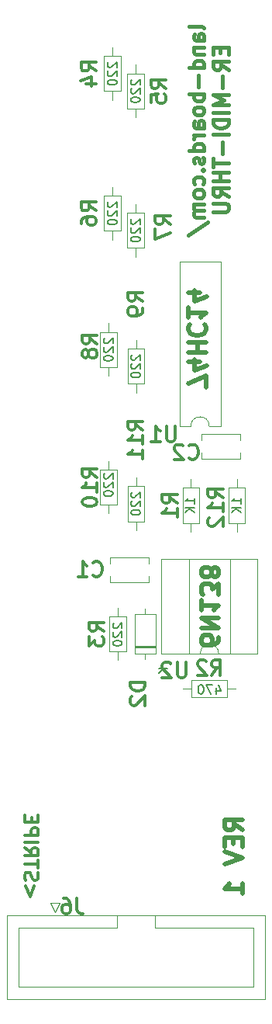
<source format=gbo>
%TF.GenerationSoftware,KiCad,Pcbnew,(6.0.1)*%
%TF.CreationDate,2022-10-18T10:19:05-04:00*%
%TF.ProjectId,ER-MIDI-THRU,45522d4d-4944-4492-9d54-4852552e6b69,1*%
%TF.SameCoordinates,Original*%
%TF.FileFunction,Legend,Bot*%
%TF.FilePolarity,Positive*%
%FSLAX46Y46*%
G04 Gerber Fmt 4.6, Leading zero omitted, Abs format (unit mm)*
G04 Created by KiCad (PCBNEW (6.0.1)) date 2022-10-18 10:19:05*
%MOMM*%
%LPD*%
G01*
G04 APERTURE LIST*
%ADD10C,0.476250*%
%ADD11C,0.500000*%
%ADD12C,0.375000*%
%ADD13C,0.412750*%
%ADD14C,0.349250*%
%ADD15C,0.150000*%
%ADD16C,0.120000*%
G04 APERTURE END LIST*
D10*
X23043214Y-70346428D02*
X23043214Y-70709285D01*
X22952500Y-70890714D01*
X22861785Y-70981428D01*
X22589642Y-71162857D01*
X22226785Y-71253571D01*
X21501071Y-71253571D01*
X21319642Y-71162857D01*
X21228928Y-71072142D01*
X21138214Y-70890714D01*
X21138214Y-70527857D01*
X21228928Y-70346428D01*
X21319642Y-70255714D01*
X21501071Y-70165000D01*
X21954642Y-70165000D01*
X22136071Y-70255714D01*
X22226785Y-70346428D01*
X22317500Y-70527857D01*
X22317500Y-70890714D01*
X22226785Y-71072142D01*
X22136071Y-71162857D01*
X21954642Y-71253571D01*
X21138214Y-69348571D02*
X23043214Y-69348571D01*
X21138214Y-68260000D01*
X23043214Y-68260000D01*
X21138214Y-66355000D02*
X21138214Y-67443571D01*
X21138214Y-66899285D02*
X23043214Y-66899285D01*
X22771071Y-67080714D01*
X22589642Y-67262142D01*
X22498928Y-67443571D01*
X23043214Y-65720000D02*
X23043214Y-64540714D01*
X22317500Y-65175714D01*
X22317500Y-64903571D01*
X22226785Y-64722142D01*
X22136071Y-64631428D01*
X21954642Y-64540714D01*
X21501071Y-64540714D01*
X21319642Y-64631428D01*
X21228928Y-64722142D01*
X21138214Y-64903571D01*
X21138214Y-65447857D01*
X21228928Y-65629285D01*
X21319642Y-65720000D01*
X22226785Y-63452142D02*
X22317500Y-63633571D01*
X22408214Y-63724285D01*
X22589642Y-63815000D01*
X22680357Y-63815000D01*
X22861785Y-63724285D01*
X22952500Y-63633571D01*
X23043214Y-63452142D01*
X23043214Y-63089285D01*
X22952500Y-62907857D01*
X22861785Y-62817142D01*
X22680357Y-62726428D01*
X22589642Y-62726428D01*
X22408214Y-62817142D01*
X22317500Y-62907857D01*
X22226785Y-63089285D01*
X22226785Y-63452142D01*
X22136071Y-63633571D01*
X22045357Y-63724285D01*
X21863928Y-63815000D01*
X21501071Y-63815000D01*
X21319642Y-63724285D01*
X21228928Y-63633571D01*
X21138214Y-63452142D01*
X21138214Y-63089285D01*
X21228928Y-62907857D01*
X21319642Y-62817142D01*
X21501071Y-62726428D01*
X21863928Y-62726428D01*
X22045357Y-62817142D01*
X22136071Y-62907857D01*
X22226785Y-63089285D01*
D11*
X25654761Y-91392857D02*
X24702380Y-90726190D01*
X25654761Y-90250000D02*
X23654761Y-90250000D01*
X23654761Y-91011904D01*
X23750000Y-91202380D01*
X23845238Y-91297619D01*
X24035714Y-91392857D01*
X24321428Y-91392857D01*
X24511904Y-91297619D01*
X24607142Y-91202380D01*
X24702380Y-91011904D01*
X24702380Y-90250000D01*
X24607142Y-92250000D02*
X24607142Y-92916666D01*
X25654761Y-93202380D02*
X25654761Y-92250000D01*
X23654761Y-92250000D01*
X23654761Y-93202380D01*
X23654761Y-93773809D02*
X25654761Y-94440476D01*
X23654761Y-95107142D01*
X25654761Y-98345238D02*
X25654761Y-97202380D01*
X25654761Y-97773809D02*
X23654761Y-97773809D01*
X23940476Y-97583333D01*
X24130952Y-97392857D01*
X24226190Y-97202380D01*
D12*
X2821428Y-97500000D02*
X2392857Y-98642857D01*
X1964285Y-97500000D01*
X1892857Y-96857142D02*
X1821428Y-96642857D01*
X1821428Y-96285714D01*
X1892857Y-96142857D01*
X1964285Y-96071428D01*
X2107142Y-96000000D01*
X2250000Y-96000000D01*
X2392857Y-96071428D01*
X2464285Y-96142857D01*
X2535714Y-96285714D01*
X2607142Y-96571428D01*
X2678571Y-96714285D01*
X2750000Y-96785714D01*
X2892857Y-96857142D01*
X3035714Y-96857142D01*
X3178571Y-96785714D01*
X3250000Y-96714285D01*
X3321428Y-96571428D01*
X3321428Y-96214285D01*
X3250000Y-96000000D01*
X3321428Y-95571428D02*
X3321428Y-94714285D01*
X1821428Y-95142857D02*
X3321428Y-95142857D01*
X1821428Y-93357142D02*
X2535714Y-93857142D01*
X1821428Y-94214285D02*
X3321428Y-94214285D01*
X3321428Y-93642857D01*
X3250000Y-93500000D01*
X3178571Y-93428571D01*
X3035714Y-93357142D01*
X2821428Y-93357142D01*
X2678571Y-93428571D01*
X2607142Y-93500000D01*
X2535714Y-93642857D01*
X2535714Y-94214285D01*
X1821428Y-92714285D02*
X3321428Y-92714285D01*
X1821428Y-92000000D02*
X3321428Y-92000000D01*
X3321428Y-91428571D01*
X3250000Y-91285714D01*
X3178571Y-91214285D01*
X3035714Y-91142857D01*
X2821428Y-91142857D01*
X2678571Y-91214285D01*
X2607142Y-91285714D01*
X2535714Y-91428571D01*
X2535714Y-92000000D01*
X2607142Y-90500000D02*
X2607142Y-90000000D01*
X1821428Y-89785714D02*
X1821428Y-90500000D01*
X3321428Y-90500000D01*
X3321428Y-89785714D01*
D13*
X21417824Y-3954023D02*
X21339205Y-3796785D01*
X21181967Y-3718166D01*
X19766824Y-3718166D01*
X21417824Y-5290547D02*
X20553015Y-5290547D01*
X20395777Y-5211928D01*
X20317158Y-5054690D01*
X20317158Y-4740214D01*
X20395777Y-4582976D01*
X21339205Y-5290547D02*
X21417824Y-5133309D01*
X21417824Y-4740214D01*
X21339205Y-4582976D01*
X21181967Y-4504357D01*
X21024729Y-4504357D01*
X20867491Y-4582976D01*
X20788872Y-4740214D01*
X20788872Y-5133309D01*
X20710253Y-5290547D01*
X20317158Y-6076738D02*
X21417824Y-6076738D01*
X20474396Y-6076738D02*
X20395777Y-6155357D01*
X20317158Y-6312595D01*
X20317158Y-6548452D01*
X20395777Y-6705690D01*
X20553015Y-6784309D01*
X21417824Y-6784309D01*
X21417824Y-8278071D02*
X19766824Y-8278071D01*
X21339205Y-8278071D02*
X21417824Y-8120833D01*
X21417824Y-7806357D01*
X21339205Y-7649119D01*
X21260586Y-7570499D01*
X21103348Y-7491880D01*
X20631634Y-7491880D01*
X20474396Y-7570499D01*
X20395777Y-7649119D01*
X20317158Y-7806357D01*
X20317158Y-8120833D01*
X20395777Y-8278071D01*
X20788872Y-9064261D02*
X20788872Y-10322166D01*
X21417824Y-11108357D02*
X19766824Y-11108357D01*
X20395777Y-11108357D02*
X20317158Y-11265595D01*
X20317158Y-11580071D01*
X20395777Y-11737309D01*
X20474396Y-11815928D01*
X20631634Y-11894547D01*
X21103348Y-11894547D01*
X21260586Y-11815928D01*
X21339205Y-11737309D01*
X21417824Y-11580071D01*
X21417824Y-11265595D01*
X21339205Y-11108357D01*
X21417824Y-12837976D02*
X21339205Y-12680738D01*
X21260586Y-12602119D01*
X21103348Y-12523499D01*
X20631634Y-12523499D01*
X20474396Y-12602119D01*
X20395777Y-12680738D01*
X20317158Y-12837976D01*
X20317158Y-13073833D01*
X20395777Y-13231071D01*
X20474396Y-13309690D01*
X20631634Y-13388309D01*
X21103348Y-13388309D01*
X21260586Y-13309690D01*
X21339205Y-13231071D01*
X21417824Y-13073833D01*
X21417824Y-12837976D01*
X21417824Y-14803452D02*
X20553015Y-14803452D01*
X20395777Y-14724833D01*
X20317158Y-14567595D01*
X20317158Y-14253119D01*
X20395777Y-14095880D01*
X21339205Y-14803452D02*
X21417824Y-14646214D01*
X21417824Y-14253119D01*
X21339205Y-14095880D01*
X21181967Y-14017261D01*
X21024729Y-14017261D01*
X20867491Y-14095880D01*
X20788872Y-14253119D01*
X20788872Y-14646214D01*
X20710253Y-14803452D01*
X21417824Y-15589642D02*
X20317158Y-15589642D01*
X20631634Y-15589642D02*
X20474396Y-15668261D01*
X20395777Y-15746880D01*
X20317158Y-15904119D01*
X20317158Y-16061357D01*
X21417824Y-17319261D02*
X19766824Y-17319261D01*
X21339205Y-17319261D02*
X21417824Y-17162023D01*
X21417824Y-16847547D01*
X21339205Y-16690309D01*
X21260586Y-16611690D01*
X21103348Y-16533071D01*
X20631634Y-16533071D01*
X20474396Y-16611690D01*
X20395777Y-16690309D01*
X20317158Y-16847547D01*
X20317158Y-17162023D01*
X20395777Y-17319261D01*
X21339205Y-18026833D02*
X21417824Y-18184071D01*
X21417824Y-18498547D01*
X21339205Y-18655785D01*
X21181967Y-18734404D01*
X21103348Y-18734404D01*
X20946110Y-18655785D01*
X20867491Y-18498547D01*
X20867491Y-18262690D01*
X20788872Y-18105452D01*
X20631634Y-18026833D01*
X20553015Y-18026833D01*
X20395777Y-18105452D01*
X20317158Y-18262690D01*
X20317158Y-18498547D01*
X20395777Y-18655785D01*
X21260586Y-19441976D02*
X21339205Y-19520595D01*
X21417824Y-19441976D01*
X21339205Y-19363357D01*
X21260586Y-19441976D01*
X21417824Y-19441976D01*
X21339205Y-20935738D02*
X21417824Y-20778499D01*
X21417824Y-20464023D01*
X21339205Y-20306785D01*
X21260586Y-20228166D01*
X21103348Y-20149547D01*
X20631634Y-20149547D01*
X20474396Y-20228166D01*
X20395777Y-20306785D01*
X20317158Y-20464023D01*
X20317158Y-20778499D01*
X20395777Y-20935738D01*
X21417824Y-21879166D02*
X21339205Y-21721928D01*
X21260586Y-21643309D01*
X21103348Y-21564690D01*
X20631634Y-21564690D01*
X20474396Y-21643309D01*
X20395777Y-21721928D01*
X20317158Y-21879166D01*
X20317158Y-22115023D01*
X20395777Y-22272261D01*
X20474396Y-22350880D01*
X20631634Y-22429499D01*
X21103348Y-22429499D01*
X21260586Y-22350880D01*
X21339205Y-22272261D01*
X21417824Y-22115023D01*
X21417824Y-21879166D01*
X21417824Y-23137071D02*
X20317158Y-23137071D01*
X20474396Y-23137071D02*
X20395777Y-23215690D01*
X20317158Y-23372928D01*
X20317158Y-23608785D01*
X20395777Y-23766023D01*
X20553015Y-23844642D01*
X21417824Y-23844642D01*
X20553015Y-23844642D02*
X20395777Y-23923261D01*
X20317158Y-24080499D01*
X20317158Y-24316357D01*
X20395777Y-24473595D01*
X20553015Y-24552214D01*
X21417824Y-24552214D01*
X19688205Y-26517690D02*
X21810920Y-25102547D01*
X23211125Y-6037428D02*
X23211125Y-6587761D01*
X24075934Y-6823619D02*
X24075934Y-6037428D01*
X22424934Y-6037428D01*
X22424934Y-6823619D01*
X24075934Y-8474619D02*
X23289744Y-7924285D01*
X24075934Y-7531190D02*
X22424934Y-7531190D01*
X22424934Y-8160142D01*
X22503554Y-8317380D01*
X22582173Y-8396000D01*
X22739411Y-8474619D01*
X22975268Y-8474619D01*
X23132506Y-8396000D01*
X23211125Y-8317380D01*
X23289744Y-8160142D01*
X23289744Y-7531190D01*
X23446982Y-9182190D02*
X23446982Y-10440095D01*
X24075934Y-11226285D02*
X22424934Y-11226285D01*
X23604220Y-11776619D01*
X22424934Y-12326952D01*
X24075934Y-12326952D01*
X24075934Y-13113142D02*
X22424934Y-13113142D01*
X24075934Y-13899333D02*
X22424934Y-13899333D01*
X22424934Y-14292428D01*
X22503554Y-14528285D01*
X22660792Y-14685523D01*
X22818030Y-14764142D01*
X23132506Y-14842761D01*
X23368363Y-14842761D01*
X23682839Y-14764142D01*
X23840077Y-14685523D01*
X23997315Y-14528285D01*
X24075934Y-14292428D01*
X24075934Y-13899333D01*
X24075934Y-15550333D02*
X22424934Y-15550333D01*
X23446982Y-16336523D02*
X23446982Y-17594428D01*
X22424934Y-18144761D02*
X22424934Y-19088190D01*
X24075934Y-18616476D02*
X22424934Y-18616476D01*
X24075934Y-19638523D02*
X22424934Y-19638523D01*
X23211125Y-19638523D02*
X23211125Y-20581952D01*
X24075934Y-20581952D02*
X22424934Y-20581952D01*
X24075934Y-22311571D02*
X23289744Y-21761238D01*
X24075934Y-21368142D02*
X22424934Y-21368142D01*
X22424934Y-21997095D01*
X22503554Y-22154333D01*
X22582173Y-22232952D01*
X22739411Y-22311571D01*
X22975268Y-22311571D01*
X23132506Y-22232952D01*
X23211125Y-22154333D01*
X23289744Y-21997095D01*
X23289744Y-21368142D01*
X22424934Y-23019142D02*
X23761458Y-23019142D01*
X23918696Y-23097761D01*
X23997315Y-23176380D01*
X24075934Y-23333619D01*
X24075934Y-23648095D01*
X23997315Y-23805333D01*
X23918696Y-23883952D01*
X23761458Y-23962571D01*
X22424934Y-23962571D01*
D10*
X21629214Y-43144785D02*
X21629214Y-41874785D01*
X19724214Y-42691214D01*
X20994214Y-40332642D02*
X19724214Y-40332642D01*
X21719928Y-40786214D02*
X20359214Y-41239785D01*
X20359214Y-40060500D01*
X19724214Y-39334785D02*
X21629214Y-39334785D01*
X20722071Y-39334785D02*
X20722071Y-38246214D01*
X19724214Y-38246214D02*
X21629214Y-38246214D01*
X19905642Y-36250500D02*
X19814928Y-36341214D01*
X19724214Y-36613357D01*
X19724214Y-36794785D01*
X19814928Y-37066928D01*
X19996357Y-37248357D01*
X20177785Y-37339071D01*
X20540642Y-37429785D01*
X20812785Y-37429785D01*
X21175642Y-37339071D01*
X21357071Y-37248357D01*
X21538500Y-37066928D01*
X21629214Y-36794785D01*
X21629214Y-36613357D01*
X21538500Y-36341214D01*
X21447785Y-36250500D01*
X19724214Y-34436214D02*
X19724214Y-35524785D01*
X19724214Y-34980500D02*
X21629214Y-34980500D01*
X21357071Y-35161928D01*
X21175642Y-35343357D01*
X21084928Y-35524785D01*
X20994214Y-32803357D02*
X19724214Y-32803357D01*
X21719928Y-33256928D02*
X20359214Y-33710500D01*
X20359214Y-32531214D01*
D14*
%TO.C,R8*%
X9746880Y-38354833D02*
X8960690Y-37804500D01*
X9746880Y-37411404D02*
X8095880Y-37411404D01*
X8095880Y-38040357D01*
X8174500Y-38197595D01*
X8253119Y-38276214D01*
X8410357Y-38354833D01*
X8646214Y-38354833D01*
X8803452Y-38276214D01*
X8882071Y-38197595D01*
X8960690Y-38040357D01*
X8960690Y-37411404D01*
X8803452Y-39298261D02*
X8724833Y-39141023D01*
X8646214Y-39062404D01*
X8488976Y-38983785D01*
X8410357Y-38983785D01*
X8253119Y-39062404D01*
X8174500Y-39141023D01*
X8095880Y-39298261D01*
X8095880Y-39612738D01*
X8174500Y-39769976D01*
X8253119Y-39848595D01*
X8410357Y-39927214D01*
X8488976Y-39927214D01*
X8646214Y-39848595D01*
X8724833Y-39769976D01*
X8803452Y-39612738D01*
X8803452Y-39298261D01*
X8882071Y-39141023D01*
X8960690Y-39062404D01*
X9117928Y-38983785D01*
X9432404Y-38983785D01*
X9589642Y-39062404D01*
X9668261Y-39141023D01*
X9746880Y-39298261D01*
X9746880Y-39612738D01*
X9668261Y-39769976D01*
X9589642Y-39848595D01*
X9432404Y-39927214D01*
X9117928Y-39927214D01*
X8960690Y-39848595D01*
X8882071Y-39769976D01*
X8803452Y-39612738D01*
D15*
X10547619Y-37761904D02*
X10500000Y-37809523D01*
X10452380Y-37904761D01*
X10452380Y-38142857D01*
X10500000Y-38238095D01*
X10547619Y-38285714D01*
X10642857Y-38333333D01*
X10738095Y-38333333D01*
X10880952Y-38285714D01*
X11452380Y-37714285D01*
X11452380Y-38333333D01*
X10547619Y-38714285D02*
X10500000Y-38761904D01*
X10452380Y-38857142D01*
X10452380Y-39095238D01*
X10500000Y-39190476D01*
X10547619Y-39238095D01*
X10642857Y-39285714D01*
X10738095Y-39285714D01*
X10880952Y-39238095D01*
X11452380Y-38666666D01*
X11452380Y-39285714D01*
X10452380Y-39904761D02*
X10452380Y-40000000D01*
X10500000Y-40095238D01*
X10547619Y-40142857D01*
X10642857Y-40190476D01*
X10833333Y-40238095D01*
X11071428Y-40238095D01*
X11261904Y-40190476D01*
X11357142Y-40142857D01*
X11404761Y-40095238D01*
X11452380Y-40000000D01*
X11452380Y-39904761D01*
X11404761Y-39809523D01*
X11357142Y-39761904D01*
X11261904Y-39714285D01*
X11071428Y-39666666D01*
X10833333Y-39666666D01*
X10642857Y-39714285D01*
X10547619Y-39761904D01*
X10500000Y-39809523D01*
X10452380Y-39904761D01*
D14*
%TO.C,R6*%
X9636880Y-23854833D02*
X8850690Y-23304500D01*
X9636880Y-22911404D02*
X7985880Y-22911404D01*
X7985880Y-23540357D01*
X8064500Y-23697595D01*
X8143119Y-23776214D01*
X8300357Y-23854833D01*
X8536214Y-23854833D01*
X8693452Y-23776214D01*
X8772071Y-23697595D01*
X8850690Y-23540357D01*
X8850690Y-22911404D01*
X7985880Y-25269976D02*
X7985880Y-24955500D01*
X8064500Y-24798261D01*
X8143119Y-24719642D01*
X8378976Y-24562404D01*
X8693452Y-24483785D01*
X9322404Y-24483785D01*
X9479642Y-24562404D01*
X9558261Y-24641023D01*
X9636880Y-24798261D01*
X9636880Y-25112738D01*
X9558261Y-25269976D01*
X9479642Y-25348595D01*
X9322404Y-25427214D01*
X8929309Y-25427214D01*
X8772071Y-25348595D01*
X8693452Y-25269976D01*
X8614833Y-25112738D01*
X8614833Y-24798261D01*
X8693452Y-24641023D01*
X8772071Y-24562404D01*
X8929309Y-24483785D01*
D15*
X10977619Y-22891904D02*
X10930000Y-22939523D01*
X10882380Y-23034761D01*
X10882380Y-23272857D01*
X10930000Y-23368095D01*
X10977619Y-23415714D01*
X11072857Y-23463333D01*
X11168095Y-23463333D01*
X11310952Y-23415714D01*
X11882380Y-22844285D01*
X11882380Y-23463333D01*
X10977619Y-23844285D02*
X10930000Y-23891904D01*
X10882380Y-23987142D01*
X10882380Y-24225238D01*
X10930000Y-24320476D01*
X10977619Y-24368095D01*
X11072857Y-24415714D01*
X11168095Y-24415714D01*
X11310952Y-24368095D01*
X11882380Y-23796666D01*
X11882380Y-24415714D01*
X10882380Y-25034761D02*
X10882380Y-25130000D01*
X10930000Y-25225238D01*
X10977619Y-25272857D01*
X11072857Y-25320476D01*
X11263333Y-25368095D01*
X11501428Y-25368095D01*
X11691904Y-25320476D01*
X11787142Y-25272857D01*
X11834761Y-25225238D01*
X11882380Y-25130000D01*
X11882380Y-25034761D01*
X11834761Y-24939523D01*
X11787142Y-24891904D01*
X11691904Y-24844285D01*
X11501428Y-24796666D01*
X11263333Y-24796666D01*
X11072857Y-24844285D01*
X10977619Y-24891904D01*
X10930000Y-24939523D01*
X10882380Y-25034761D01*
D14*
%TO.C,R7*%
X17746880Y-25324833D02*
X16960690Y-24774500D01*
X17746880Y-24381404D02*
X16095880Y-24381404D01*
X16095880Y-25010357D01*
X16174500Y-25167595D01*
X16253119Y-25246214D01*
X16410357Y-25324833D01*
X16646214Y-25324833D01*
X16803452Y-25246214D01*
X16882071Y-25167595D01*
X16960690Y-25010357D01*
X16960690Y-24381404D01*
X16095880Y-25875166D02*
X16095880Y-26975833D01*
X17746880Y-26268261D01*
D15*
X13517619Y-24761904D02*
X13470000Y-24809523D01*
X13422380Y-24904761D01*
X13422380Y-25142857D01*
X13470000Y-25238095D01*
X13517619Y-25285714D01*
X13612857Y-25333333D01*
X13708095Y-25333333D01*
X13850952Y-25285714D01*
X14422380Y-24714285D01*
X14422380Y-25333333D01*
X13517619Y-25714285D02*
X13470000Y-25761904D01*
X13422380Y-25857142D01*
X13422380Y-26095238D01*
X13470000Y-26190476D01*
X13517619Y-26238095D01*
X13612857Y-26285714D01*
X13708095Y-26285714D01*
X13850952Y-26238095D01*
X14422380Y-25666666D01*
X14422380Y-26285714D01*
X13422380Y-26904761D02*
X13422380Y-27000000D01*
X13470000Y-27095238D01*
X13517619Y-27142857D01*
X13612857Y-27190476D01*
X13803333Y-27238095D01*
X14041428Y-27238095D01*
X14231904Y-27190476D01*
X14327142Y-27142857D01*
X14374761Y-27095238D01*
X14422380Y-27000000D01*
X14422380Y-26904761D01*
X14374761Y-26809523D01*
X14327142Y-26761904D01*
X14231904Y-26714285D01*
X14041428Y-26666666D01*
X13803333Y-26666666D01*
X13612857Y-26714285D01*
X13517619Y-26761904D01*
X13470000Y-26809523D01*
X13422380Y-26904761D01*
D14*
%TO.C,R4*%
X9636880Y-8614833D02*
X8850690Y-8064500D01*
X9636880Y-7671404D02*
X7985880Y-7671404D01*
X7985880Y-8300357D01*
X8064500Y-8457595D01*
X8143119Y-8536214D01*
X8300357Y-8614833D01*
X8536214Y-8614833D01*
X8693452Y-8536214D01*
X8772071Y-8457595D01*
X8850690Y-8300357D01*
X8850690Y-7671404D01*
X8536214Y-10029976D02*
X9636880Y-10029976D01*
X7907261Y-9636880D02*
X9086547Y-9243785D01*
X9086547Y-10265833D01*
D15*
X10977619Y-7651904D02*
X10930000Y-7699523D01*
X10882380Y-7794761D01*
X10882380Y-8032857D01*
X10930000Y-8128095D01*
X10977619Y-8175714D01*
X11072857Y-8223333D01*
X11168095Y-8223333D01*
X11310952Y-8175714D01*
X11882380Y-7604285D01*
X11882380Y-8223333D01*
X10977619Y-8604285D02*
X10930000Y-8651904D01*
X10882380Y-8747142D01*
X10882380Y-8985238D01*
X10930000Y-9080476D01*
X10977619Y-9128095D01*
X11072857Y-9175714D01*
X11168095Y-9175714D01*
X11310952Y-9128095D01*
X11882380Y-8556666D01*
X11882380Y-9175714D01*
X10882380Y-9794761D02*
X10882380Y-9890000D01*
X10930000Y-9985238D01*
X10977619Y-10032857D01*
X11072857Y-10080476D01*
X11263333Y-10128095D01*
X11501428Y-10128095D01*
X11691904Y-10080476D01*
X11787142Y-10032857D01*
X11834761Y-9985238D01*
X11882380Y-9890000D01*
X11882380Y-9794761D01*
X11834761Y-9699523D01*
X11787142Y-9651904D01*
X11691904Y-9604285D01*
X11501428Y-9556666D01*
X11263333Y-9556666D01*
X11072857Y-9604285D01*
X10977619Y-9651904D01*
X10930000Y-9699523D01*
X10882380Y-9794761D01*
D14*
%TO.C,U1*%
X18275904Y-47355880D02*
X18275904Y-48692404D01*
X18197285Y-48849642D01*
X18118666Y-48928261D01*
X17961428Y-49006880D01*
X17646952Y-49006880D01*
X17489714Y-48928261D01*
X17411095Y-48849642D01*
X17332476Y-48692404D01*
X17332476Y-47355880D01*
X15681476Y-49006880D02*
X16624904Y-49006880D01*
X16153190Y-49006880D02*
X16153190Y-47355880D01*
X16310428Y-47591738D01*
X16467666Y-47748976D01*
X16624904Y-47827595D01*
%TO.C,R11*%
X14746880Y-47748642D02*
X13960690Y-47198309D01*
X14746880Y-46805214D02*
X13095880Y-46805214D01*
X13095880Y-47434166D01*
X13174500Y-47591404D01*
X13253119Y-47670023D01*
X13410357Y-47748642D01*
X13646214Y-47748642D01*
X13803452Y-47670023D01*
X13882071Y-47591404D01*
X13960690Y-47434166D01*
X13960690Y-46805214D01*
X14746880Y-49321023D02*
X14746880Y-48377595D01*
X14746880Y-48849309D02*
X13095880Y-48849309D01*
X13331738Y-48692071D01*
X13488976Y-48534833D01*
X13567595Y-48377595D01*
X14746880Y-50893404D02*
X14746880Y-49949976D01*
X14746880Y-50421690D02*
X13095880Y-50421690D01*
X13331738Y-50264452D01*
X13488976Y-50107214D01*
X13567595Y-49949976D01*
D15*
X13547619Y-54571904D02*
X13500000Y-54619523D01*
X13452380Y-54714761D01*
X13452380Y-54952857D01*
X13500000Y-55048095D01*
X13547619Y-55095714D01*
X13642857Y-55143333D01*
X13738095Y-55143333D01*
X13880952Y-55095714D01*
X14452380Y-54524285D01*
X14452380Y-55143333D01*
X13547619Y-55524285D02*
X13500000Y-55571904D01*
X13452380Y-55667142D01*
X13452380Y-55905238D01*
X13500000Y-56000476D01*
X13547619Y-56048095D01*
X13642857Y-56095714D01*
X13738095Y-56095714D01*
X13880952Y-56048095D01*
X14452380Y-55476666D01*
X14452380Y-56095714D01*
X13452380Y-56714761D02*
X13452380Y-56810000D01*
X13500000Y-56905238D01*
X13547619Y-56952857D01*
X13642857Y-57000476D01*
X13833333Y-57048095D01*
X14071428Y-57048095D01*
X14261904Y-57000476D01*
X14357142Y-56952857D01*
X14404761Y-56905238D01*
X14452380Y-56810000D01*
X14452380Y-56714761D01*
X14404761Y-56619523D01*
X14357142Y-56571904D01*
X14261904Y-56524285D01*
X14071428Y-56476666D01*
X13833333Y-56476666D01*
X13642857Y-56524285D01*
X13547619Y-56571904D01*
X13500000Y-56619523D01*
X13452380Y-56714761D01*
D14*
%TO.C,C1*%
X9275166Y-63589642D02*
X9353785Y-63668261D01*
X9589642Y-63746880D01*
X9746880Y-63746880D01*
X9982738Y-63668261D01*
X10139976Y-63511023D01*
X10218595Y-63353785D01*
X10297214Y-63039309D01*
X10297214Y-62803452D01*
X10218595Y-62488976D01*
X10139976Y-62331738D01*
X9982738Y-62174500D01*
X9746880Y-62095880D01*
X9589642Y-62095880D01*
X9353785Y-62174500D01*
X9275166Y-62253119D01*
X7702785Y-63746880D02*
X8646214Y-63746880D01*
X8174500Y-63746880D02*
X8174500Y-62095880D01*
X8331738Y-62331738D01*
X8488976Y-62488976D01*
X8646214Y-62567595D01*
%TO.C,R5*%
X17256880Y-10519833D02*
X16470690Y-9969500D01*
X17256880Y-9576404D02*
X15605880Y-9576404D01*
X15605880Y-10205357D01*
X15684500Y-10362595D01*
X15763119Y-10441214D01*
X15920357Y-10519833D01*
X16156214Y-10519833D01*
X16313452Y-10441214D01*
X16392071Y-10362595D01*
X16470690Y-10205357D01*
X16470690Y-9576404D01*
X15605880Y-12013595D02*
X15605880Y-11227404D01*
X16392071Y-11148785D01*
X16313452Y-11227404D01*
X16234833Y-11384642D01*
X16234833Y-11777738D01*
X16313452Y-11934976D01*
X16392071Y-12013595D01*
X16549309Y-12092214D01*
X16942404Y-12092214D01*
X17099642Y-12013595D01*
X17178261Y-11934976D01*
X17256880Y-11777738D01*
X17256880Y-11384642D01*
X17178261Y-11227404D01*
X17099642Y-11148785D01*
D15*
X13517619Y-9556904D02*
X13470000Y-9604523D01*
X13422380Y-9699761D01*
X13422380Y-9937857D01*
X13470000Y-10033095D01*
X13517619Y-10080714D01*
X13612857Y-10128333D01*
X13708095Y-10128333D01*
X13850952Y-10080714D01*
X14422380Y-9509285D01*
X14422380Y-10128333D01*
X13517619Y-10509285D02*
X13470000Y-10556904D01*
X13422380Y-10652142D01*
X13422380Y-10890238D01*
X13470000Y-10985476D01*
X13517619Y-11033095D01*
X13612857Y-11080714D01*
X13708095Y-11080714D01*
X13850952Y-11033095D01*
X14422380Y-10461666D01*
X14422380Y-11080714D01*
X13422380Y-11699761D02*
X13422380Y-11795000D01*
X13470000Y-11890238D01*
X13517619Y-11937857D01*
X13612857Y-11985476D01*
X13803333Y-12033095D01*
X14041428Y-12033095D01*
X14231904Y-11985476D01*
X14327142Y-11937857D01*
X14374761Y-11890238D01*
X14422380Y-11795000D01*
X14422380Y-11699761D01*
X14374761Y-11604523D01*
X14327142Y-11556904D01*
X14231904Y-11509285D01*
X14041428Y-11461666D01*
X13803333Y-11461666D01*
X13612857Y-11509285D01*
X13517619Y-11556904D01*
X13470000Y-11604523D01*
X13422380Y-11699761D01*
D14*
%TO.C,R3*%
X10496880Y-69724833D02*
X9710690Y-69174500D01*
X10496880Y-68781404D02*
X8845880Y-68781404D01*
X8845880Y-69410357D01*
X8924500Y-69567595D01*
X9003119Y-69646214D01*
X9160357Y-69724833D01*
X9396214Y-69724833D01*
X9553452Y-69646214D01*
X9632071Y-69567595D01*
X9710690Y-69410357D01*
X9710690Y-68781404D01*
X8845880Y-70275166D02*
X8845880Y-71297214D01*
X9474833Y-70746880D01*
X9474833Y-70982738D01*
X9553452Y-71139976D01*
X9632071Y-71218595D01*
X9789309Y-71297214D01*
X10182404Y-71297214D01*
X10339642Y-71218595D01*
X10418261Y-71139976D01*
X10496880Y-70982738D01*
X10496880Y-70511023D01*
X10418261Y-70353785D01*
X10339642Y-70275166D01*
D15*
X11547619Y-68838104D02*
X11500000Y-68885723D01*
X11452380Y-68980961D01*
X11452380Y-69219057D01*
X11500000Y-69314295D01*
X11547619Y-69361914D01*
X11642857Y-69409533D01*
X11738095Y-69409533D01*
X11880952Y-69361914D01*
X12452380Y-68790485D01*
X12452380Y-69409533D01*
X11547619Y-69790485D02*
X11500000Y-69838104D01*
X11452380Y-69933342D01*
X11452380Y-70171438D01*
X11500000Y-70266676D01*
X11547619Y-70314295D01*
X11642857Y-70361914D01*
X11738095Y-70361914D01*
X11880952Y-70314295D01*
X12452380Y-69742866D01*
X12452380Y-70361914D01*
X11452380Y-70980961D02*
X11452380Y-71076200D01*
X11500000Y-71171438D01*
X11547619Y-71219057D01*
X11642857Y-71266676D01*
X11833333Y-71314295D01*
X12071428Y-71314295D01*
X12261904Y-71266676D01*
X12357142Y-71219057D01*
X12404761Y-71171438D01*
X12452380Y-71076200D01*
X12452380Y-70980961D01*
X12404761Y-70885723D01*
X12357142Y-70838104D01*
X12261904Y-70790485D01*
X12071428Y-70742866D01*
X11833333Y-70742866D01*
X11642857Y-70790485D01*
X11547619Y-70838104D01*
X11500000Y-70885723D01*
X11452380Y-70980961D01*
D14*
%TO.C,R9*%
X14746880Y-33724833D02*
X13960690Y-33174500D01*
X14746880Y-32781404D02*
X13095880Y-32781404D01*
X13095880Y-33410357D01*
X13174500Y-33567595D01*
X13253119Y-33646214D01*
X13410357Y-33724833D01*
X13646214Y-33724833D01*
X13803452Y-33646214D01*
X13882071Y-33567595D01*
X13960690Y-33410357D01*
X13960690Y-32781404D01*
X14746880Y-34511023D02*
X14746880Y-34825500D01*
X14668261Y-34982738D01*
X14589642Y-35061357D01*
X14353785Y-35218595D01*
X14039309Y-35297214D01*
X13410357Y-35297214D01*
X13253119Y-35218595D01*
X13174500Y-35139976D01*
X13095880Y-34982738D01*
X13095880Y-34668261D01*
X13174500Y-34511023D01*
X13253119Y-34432404D01*
X13410357Y-34353785D01*
X13803452Y-34353785D01*
X13960690Y-34432404D01*
X14039309Y-34511023D01*
X14117928Y-34668261D01*
X14117928Y-34982738D01*
X14039309Y-35139976D01*
X13960690Y-35218595D01*
X13803452Y-35297214D01*
D15*
X13547619Y-39571904D02*
X13500000Y-39619523D01*
X13452380Y-39714761D01*
X13452380Y-39952857D01*
X13500000Y-40048095D01*
X13547619Y-40095714D01*
X13642857Y-40143333D01*
X13738095Y-40143333D01*
X13880952Y-40095714D01*
X14452380Y-39524285D01*
X14452380Y-40143333D01*
X13547619Y-40524285D02*
X13500000Y-40571904D01*
X13452380Y-40667142D01*
X13452380Y-40905238D01*
X13500000Y-41000476D01*
X13547619Y-41048095D01*
X13642857Y-41095714D01*
X13738095Y-41095714D01*
X13880952Y-41048095D01*
X14452380Y-40476666D01*
X14452380Y-41095714D01*
X13452380Y-41714761D02*
X13452380Y-41810000D01*
X13500000Y-41905238D01*
X13547619Y-41952857D01*
X13642857Y-42000476D01*
X13833333Y-42048095D01*
X14071428Y-42048095D01*
X14261904Y-42000476D01*
X14357142Y-41952857D01*
X14404761Y-41905238D01*
X14452380Y-41810000D01*
X14452380Y-41714761D01*
X14404761Y-41619523D01*
X14357142Y-41571904D01*
X14261904Y-41524285D01*
X14071428Y-41476666D01*
X13833333Y-41476666D01*
X13642857Y-41524285D01*
X13547619Y-41571904D01*
X13500000Y-41619523D01*
X13452380Y-41714761D01*
D14*
%TO.C,D2*%
X14996880Y-75281404D02*
X13345880Y-75281404D01*
X13345880Y-75674500D01*
X13424500Y-75910357D01*
X13581738Y-76067595D01*
X13738976Y-76146214D01*
X14053452Y-76224833D01*
X14289309Y-76224833D01*
X14603785Y-76146214D01*
X14761023Y-76067595D01*
X14918261Y-75910357D01*
X14996880Y-75674500D01*
X14996880Y-75281404D01*
X13503119Y-76853785D02*
X13424500Y-76932404D01*
X13345880Y-77089642D01*
X13345880Y-77482738D01*
X13424500Y-77639976D01*
X13503119Y-77718595D01*
X13660357Y-77797214D01*
X13817595Y-77797214D01*
X14053452Y-77718595D01*
X14996880Y-76775166D01*
X14996880Y-77797214D01*
D15*
X17452380Y-73738095D02*
X16452380Y-73738095D01*
X17452380Y-74309523D02*
X16880952Y-73880952D01*
X16452380Y-74309523D02*
X17023809Y-73738095D01*
D14*
%TO.C,J6*%
X7550333Y-98845880D02*
X7550333Y-100025166D01*
X7628952Y-100261023D01*
X7786190Y-100418261D01*
X8022047Y-100496880D01*
X8179285Y-100496880D01*
X6056571Y-98845880D02*
X6371047Y-98845880D01*
X6528285Y-98924500D01*
X6606904Y-99003119D01*
X6764142Y-99238976D01*
X6842761Y-99553452D01*
X6842761Y-100182404D01*
X6764142Y-100339642D01*
X6685523Y-100418261D01*
X6528285Y-100496880D01*
X6213809Y-100496880D01*
X6056571Y-100418261D01*
X5977952Y-100339642D01*
X5899333Y-100182404D01*
X5899333Y-99789309D01*
X5977952Y-99632071D01*
X6056571Y-99553452D01*
X6213809Y-99474833D01*
X6528285Y-99474833D01*
X6685523Y-99553452D01*
X6764142Y-99632071D01*
X6842761Y-99789309D01*
%TO.C,R10*%
X9746880Y-52938642D02*
X8960690Y-52388309D01*
X9746880Y-51995214D02*
X8095880Y-51995214D01*
X8095880Y-52624166D01*
X8174500Y-52781404D01*
X8253119Y-52860023D01*
X8410357Y-52938642D01*
X8646214Y-52938642D01*
X8803452Y-52860023D01*
X8882071Y-52781404D01*
X8960690Y-52624166D01*
X8960690Y-51995214D01*
X9746880Y-54511023D02*
X9746880Y-53567595D01*
X9746880Y-54039309D02*
X8095880Y-54039309D01*
X8331738Y-53882071D01*
X8488976Y-53724833D01*
X8567595Y-53567595D01*
X8095880Y-55533071D02*
X8095880Y-55690309D01*
X8174500Y-55847547D01*
X8253119Y-55926166D01*
X8410357Y-56004785D01*
X8724833Y-56083404D01*
X9117928Y-56083404D01*
X9432404Y-56004785D01*
X9589642Y-55926166D01*
X9668261Y-55847547D01*
X9746880Y-55690309D01*
X9746880Y-55533071D01*
X9668261Y-55375833D01*
X9589642Y-55297214D01*
X9432404Y-55218595D01*
X9117928Y-55139976D01*
X8724833Y-55139976D01*
X8410357Y-55218595D01*
X8253119Y-55297214D01*
X8174500Y-55375833D01*
X8095880Y-55533071D01*
D15*
X10547619Y-52507904D02*
X10500000Y-52555523D01*
X10452380Y-52650761D01*
X10452380Y-52888857D01*
X10500000Y-52984095D01*
X10547619Y-53031714D01*
X10642857Y-53079333D01*
X10738095Y-53079333D01*
X10880952Y-53031714D01*
X11452380Y-52460285D01*
X11452380Y-53079333D01*
X10547619Y-53460285D02*
X10500000Y-53507904D01*
X10452380Y-53603142D01*
X10452380Y-53841238D01*
X10500000Y-53936476D01*
X10547619Y-53984095D01*
X10642857Y-54031714D01*
X10738095Y-54031714D01*
X10880952Y-53984095D01*
X11452380Y-53412666D01*
X11452380Y-54031714D01*
X10452380Y-54650761D02*
X10452380Y-54746000D01*
X10500000Y-54841238D01*
X10547619Y-54888857D01*
X10642857Y-54936476D01*
X10833333Y-54984095D01*
X11071428Y-54984095D01*
X11261904Y-54936476D01*
X11357142Y-54888857D01*
X11404761Y-54841238D01*
X11452380Y-54746000D01*
X11452380Y-54650761D01*
X11404761Y-54555523D01*
X11357142Y-54507904D01*
X11261904Y-54460285D01*
X11071428Y-54412666D01*
X10833333Y-54412666D01*
X10642857Y-54460285D01*
X10547619Y-54507904D01*
X10500000Y-54555523D01*
X10452380Y-54650761D01*
D14*
%TO.C,R12*%
X23496880Y-55128642D02*
X22710690Y-54578309D01*
X23496880Y-54185214D02*
X21845880Y-54185214D01*
X21845880Y-54814166D01*
X21924500Y-54971404D01*
X22003119Y-55050023D01*
X22160357Y-55128642D01*
X22396214Y-55128642D01*
X22553452Y-55050023D01*
X22632071Y-54971404D01*
X22710690Y-54814166D01*
X22710690Y-54185214D01*
X23496880Y-56701023D02*
X23496880Y-55757595D01*
X23496880Y-56229309D02*
X21845880Y-56229309D01*
X22081738Y-56072071D01*
X22238976Y-55914833D01*
X22317595Y-55757595D01*
X22003119Y-57329976D02*
X21924500Y-57408595D01*
X21845880Y-57565833D01*
X21845880Y-57958928D01*
X21924500Y-58116166D01*
X22003119Y-58194785D01*
X22160357Y-58273404D01*
X22317595Y-58273404D01*
X22553452Y-58194785D01*
X23496880Y-57251357D01*
X23496880Y-58273404D01*
D15*
X25452380Y-55785714D02*
X25452380Y-55214285D01*
X25452380Y-55500000D02*
X24452380Y-55500000D01*
X24595238Y-55404761D01*
X24690476Y-55309523D01*
X24738095Y-55214285D01*
X25452380Y-56214285D02*
X24452380Y-56214285D01*
X25452380Y-56785714D02*
X24880952Y-56357142D01*
X24452380Y-56785714D02*
X25023809Y-56214285D01*
D14*
%TO.C,R2*%
X22275166Y-74496880D02*
X22825500Y-73710690D01*
X23218595Y-74496880D02*
X23218595Y-72845880D01*
X22589642Y-72845880D01*
X22432404Y-72924500D01*
X22353785Y-73003119D01*
X22275166Y-73160357D01*
X22275166Y-73396214D01*
X22353785Y-73553452D01*
X22432404Y-73632071D01*
X22589642Y-73710690D01*
X23218595Y-73710690D01*
X21646214Y-73003119D02*
X21567595Y-72924500D01*
X21410357Y-72845880D01*
X21017261Y-72845880D01*
X20860023Y-72924500D01*
X20781404Y-73003119D01*
X20702785Y-73160357D01*
X20702785Y-73317595D01*
X20781404Y-73553452D01*
X21724833Y-74496880D01*
X20702785Y-74496880D01*
D15*
X22787304Y-75887314D02*
X22787304Y-76553980D01*
X23025400Y-75506361D02*
X23263495Y-76220647D01*
X22644447Y-76220647D01*
X22358733Y-75553980D02*
X21692066Y-75553980D01*
X22120638Y-76553980D01*
X21120638Y-75553980D02*
X21025400Y-75553980D01*
X20930161Y-75601600D01*
X20882542Y-75649219D01*
X20834923Y-75744457D01*
X20787304Y-75934933D01*
X20787304Y-76173028D01*
X20834923Y-76363504D01*
X20882542Y-76458742D01*
X20930161Y-76506361D01*
X21025400Y-76553980D01*
X21120638Y-76553980D01*
X21215876Y-76506361D01*
X21263495Y-76458742D01*
X21311114Y-76363504D01*
X21358733Y-76173028D01*
X21358733Y-75934933D01*
X21311114Y-75744457D01*
X21263495Y-75649219D01*
X21215876Y-75601600D01*
X21120638Y-75553980D01*
D14*
%TO.C,R1*%
X18496880Y-55724833D02*
X17710690Y-55174500D01*
X18496880Y-54781404D02*
X16845880Y-54781404D01*
X16845880Y-55410357D01*
X16924500Y-55567595D01*
X17003119Y-55646214D01*
X17160357Y-55724833D01*
X17396214Y-55724833D01*
X17553452Y-55646214D01*
X17632071Y-55567595D01*
X17710690Y-55410357D01*
X17710690Y-54781404D01*
X18496880Y-57297214D02*
X18496880Y-56353785D01*
X18496880Y-56825500D02*
X16845880Y-56825500D01*
X17081738Y-56668261D01*
X17238976Y-56511023D01*
X17317595Y-56353785D01*
D15*
X20401580Y-55785714D02*
X20401580Y-55214285D01*
X20401580Y-55500000D02*
X19401580Y-55500000D01*
X19544438Y-55404761D01*
X19639676Y-55309523D01*
X19687295Y-55214285D01*
X20401580Y-56214285D02*
X19401580Y-56214285D01*
X20401580Y-56785714D02*
X19830152Y-56357142D01*
X19401580Y-56785714D02*
X19973009Y-56214285D01*
D14*
%TO.C,U2*%
X19447904Y-73095880D02*
X19447904Y-74432404D01*
X19369285Y-74589642D01*
X19290666Y-74668261D01*
X19133428Y-74746880D01*
X18818952Y-74746880D01*
X18661714Y-74668261D01*
X18583095Y-74589642D01*
X18504476Y-74432404D01*
X18504476Y-73095880D01*
X17796904Y-73253119D02*
X17718285Y-73174500D01*
X17561047Y-73095880D01*
X17167952Y-73095880D01*
X17010714Y-73174500D01*
X16932095Y-73253119D01*
X16853476Y-73410357D01*
X16853476Y-73567595D01*
X16932095Y-73803452D01*
X17875523Y-74746880D01*
X16853476Y-74746880D01*
%TO.C,C2*%
X19775166Y-50839642D02*
X19853785Y-50918261D01*
X20089642Y-50996880D01*
X20246880Y-50996880D01*
X20482738Y-50918261D01*
X20639976Y-50761023D01*
X20718595Y-50603785D01*
X20797214Y-50289309D01*
X20797214Y-50053452D01*
X20718595Y-49738976D01*
X20639976Y-49581738D01*
X20482738Y-49424500D01*
X20246880Y-49345880D01*
X20089642Y-49345880D01*
X19853785Y-49424500D01*
X19775166Y-49503119D01*
X19146214Y-49503119D02*
X19067595Y-49424500D01*
X18910357Y-49345880D01*
X18517261Y-49345880D01*
X18360023Y-49424500D01*
X18281404Y-49503119D01*
X18202785Y-49660357D01*
X18202785Y-49817595D01*
X18281404Y-50053452D01*
X19224833Y-50996880D01*
X18202785Y-50996880D01*
D16*
%TO.C,R8*%
X10080000Y-40920000D02*
X10080000Y-37080000D01*
X11920000Y-40920000D02*
X10080000Y-40920000D01*
X10080000Y-37080000D02*
X11920000Y-37080000D01*
X11000000Y-36130000D02*
X11000000Y-37080000D01*
X11000000Y-41870000D02*
X11000000Y-40920000D01*
X11920000Y-37080000D02*
X11920000Y-40920000D01*
%TO.C,R6*%
X12350000Y-26050000D02*
X10510000Y-26050000D01*
X11430000Y-27000000D02*
X11430000Y-26050000D01*
X11430000Y-21260000D02*
X11430000Y-22210000D01*
X10510000Y-22210000D02*
X12350000Y-22210000D01*
X12350000Y-22210000D02*
X12350000Y-26050000D01*
X10510000Y-26050000D02*
X10510000Y-22210000D01*
%TO.C,R7*%
X13050000Y-27920000D02*
X13050000Y-24080000D01*
X14890000Y-24080000D02*
X14890000Y-27920000D01*
X13970000Y-23130000D02*
X13970000Y-24080000D01*
X14890000Y-27920000D02*
X13050000Y-27920000D01*
X13970000Y-28870000D02*
X13970000Y-27920000D01*
X13050000Y-24080000D02*
X14890000Y-24080000D01*
%TO.C,R4*%
X11430000Y-11760000D02*
X11430000Y-10810000D01*
X10510000Y-10810000D02*
X10510000Y-6970000D01*
X12350000Y-6970000D02*
X12350000Y-10810000D01*
X12350000Y-10810000D02*
X10510000Y-10810000D01*
X10510000Y-6970000D02*
X12350000Y-6970000D01*
X11430000Y-6020000D02*
X11430000Y-6970000D01*
%TO.C,U1*%
X23235000Y-47330000D02*
X21985000Y-47330000D01*
X19985000Y-47330000D02*
X18735000Y-47330000D01*
X18735000Y-29430000D02*
X23235000Y-29430000D01*
X23235000Y-29430000D02*
X23235000Y-47330000D01*
X18735000Y-47330000D02*
X18735000Y-29430000D01*
X21985000Y-47330000D02*
G75*
G03*
X19985000Y-47330000I-1000000J0D01*
G01*
%TO.C,R11*%
X13080000Y-57730000D02*
X13080000Y-53890000D01*
X13080000Y-53890000D02*
X14920000Y-53890000D01*
X14000000Y-52940000D02*
X14000000Y-53890000D01*
X14920000Y-57730000D02*
X13080000Y-57730000D01*
X14000000Y-58680000D02*
X14000000Y-57730000D01*
X14920000Y-53890000D02*
X14920000Y-57730000D01*
%TO.C,C1*%
X11130000Y-64370000D02*
X11130000Y-63665000D01*
X11130000Y-61630000D02*
X15370000Y-61630000D01*
X11130000Y-62335000D02*
X11130000Y-61630000D01*
X11130000Y-64370000D02*
X15370000Y-64370000D01*
X15370000Y-62335000D02*
X15370000Y-61630000D01*
X15370000Y-64370000D02*
X15370000Y-63665000D01*
%TO.C,R5*%
X13050000Y-12715000D02*
X13050000Y-8875000D01*
X14890000Y-12715000D02*
X13050000Y-12715000D01*
X14890000Y-8875000D02*
X14890000Y-12715000D01*
X13050000Y-8875000D02*
X14890000Y-8875000D01*
X13970000Y-7925000D02*
X13970000Y-8875000D01*
X13970000Y-13665000D02*
X13970000Y-12715000D01*
%TO.C,R3*%
X12000000Y-72870000D02*
X12000000Y-71920000D01*
X12920000Y-71920000D02*
X11080000Y-71920000D01*
X11080000Y-68080000D02*
X12920000Y-68080000D01*
X11080000Y-71920000D02*
X11080000Y-68080000D01*
X12000000Y-67130000D02*
X12000000Y-68080000D01*
X12920000Y-68080000D02*
X12920000Y-71920000D01*
%TO.C,R9*%
X14000000Y-43680000D02*
X14000000Y-42730000D01*
X14000000Y-37940000D02*
X14000000Y-38890000D01*
X14920000Y-38890000D02*
X14920000Y-42730000D01*
X14920000Y-42730000D02*
X13080000Y-42730000D01*
X13080000Y-38890000D02*
X14920000Y-38890000D01*
X13080000Y-42730000D02*
X13080000Y-38890000D01*
%TO.C,D2*%
X16120000Y-71280000D02*
X13880000Y-71280000D01*
X13880000Y-72120000D02*
X13880000Y-67880000D01*
X15000000Y-72770000D02*
X15000000Y-72120000D01*
X15000000Y-67230000D02*
X15000000Y-67880000D01*
X16120000Y-71400000D02*
X13880000Y-71400000D01*
X16120000Y-72120000D02*
X13880000Y-72120000D01*
X13880000Y-67880000D02*
X16120000Y-67880000D01*
X16120000Y-71520000D02*
X13880000Y-71520000D01*
X16120000Y-67880000D02*
X16120000Y-72120000D01*
%TO.C,J6*%
X5110000Y-100317500D02*
X4610000Y-99317500D01*
X4610000Y-99317500D02*
X5610000Y-99317500D01*
X26800000Y-108517500D02*
X26800000Y-102017500D01*
X1200000Y-108517500D02*
X26800000Y-108517500D01*
X1200000Y-102017500D02*
X1200000Y-108517500D01*
X16050000Y-102017500D02*
X16050000Y-100707500D01*
X26800000Y-102017500D02*
X16050000Y-102017500D01*
X11950000Y-102017500D02*
X1200000Y-102017500D01*
X-100000Y-109827500D02*
X28100000Y-109827500D01*
X16050000Y-102017500D02*
X16050000Y-102017500D01*
X28100000Y-109827500D02*
X28100000Y-100707500D01*
X11950000Y-100707500D02*
X11950000Y-102017500D01*
X5610000Y-99317500D02*
X5110000Y-100317500D01*
X28100000Y-100707500D02*
X-100000Y-100707500D01*
X-100000Y-100707500D02*
X-100000Y-109827500D01*
%TO.C,R10*%
X10080000Y-55920000D02*
X10080000Y-52080000D01*
X11000000Y-56870000D02*
X11000000Y-55920000D01*
X11920000Y-52080000D02*
X11920000Y-55920000D01*
X10080000Y-52080000D02*
X11920000Y-52080000D01*
X11920000Y-55920000D02*
X10080000Y-55920000D01*
X11000000Y-51130000D02*
X11000000Y-52080000D01*
%TO.C,R12*%
X25000000Y-53130000D02*
X25000000Y-54080000D01*
X25920000Y-57920000D02*
X24080000Y-57920000D01*
X25000000Y-58870000D02*
X25000000Y-57920000D01*
X24080000Y-54080000D02*
X25920000Y-54080000D01*
X25920000Y-54080000D02*
X25920000Y-57920000D01*
X24080000Y-57920000D02*
X24080000Y-54080000D01*
%TO.C,R2*%
X23920000Y-75080000D02*
X23920000Y-76920000D01*
X20080000Y-76920000D02*
X20080000Y-75080000D01*
X24870000Y-76000000D02*
X23920000Y-76000000D01*
X19130000Y-76000000D02*
X20080000Y-76000000D01*
X23920000Y-76920000D02*
X20080000Y-76920000D01*
X20080000Y-75080000D02*
X23920000Y-75080000D01*
%TO.C,R1*%
X20920000Y-57920000D02*
X19080000Y-57920000D01*
X19080000Y-54080000D02*
X20920000Y-54080000D01*
X20000000Y-53130000D02*
X20000000Y-54080000D01*
X19080000Y-57920000D02*
X19080000Y-54080000D01*
X20920000Y-54080000D02*
X20920000Y-57920000D01*
X20000000Y-58870000D02*
X20000000Y-57920000D01*
%TO.C,U2*%
X16760000Y-61790000D02*
X27260000Y-61790000D01*
X16760000Y-72190000D02*
X16760000Y-61790000D01*
X24260000Y-72130000D02*
X23010000Y-72130000D01*
X21010000Y-72130000D02*
X19760000Y-72130000D01*
X24260000Y-61850000D02*
X24260000Y-72130000D01*
X27260000Y-61790000D02*
X27260000Y-72190000D01*
X19760000Y-61850000D02*
X24260000Y-61850000D01*
X27260000Y-72190000D02*
X16760000Y-72190000D01*
X19760000Y-72130000D02*
X19760000Y-61850000D01*
X23010000Y-72130000D02*
G75*
G03*
X21010000Y-72130000I-1000000J0D01*
G01*
%TO.C,C2*%
X21130000Y-50900000D02*
X25370000Y-50900000D01*
X25370000Y-48865000D02*
X25370000Y-48160000D01*
X25370000Y-50900000D02*
X25370000Y-50195000D01*
X21130000Y-50900000D02*
X21130000Y-50195000D01*
X21130000Y-48865000D02*
X21130000Y-48160000D01*
X21130000Y-48160000D02*
X25370000Y-48160000D01*
%TD*%
M02*

</source>
